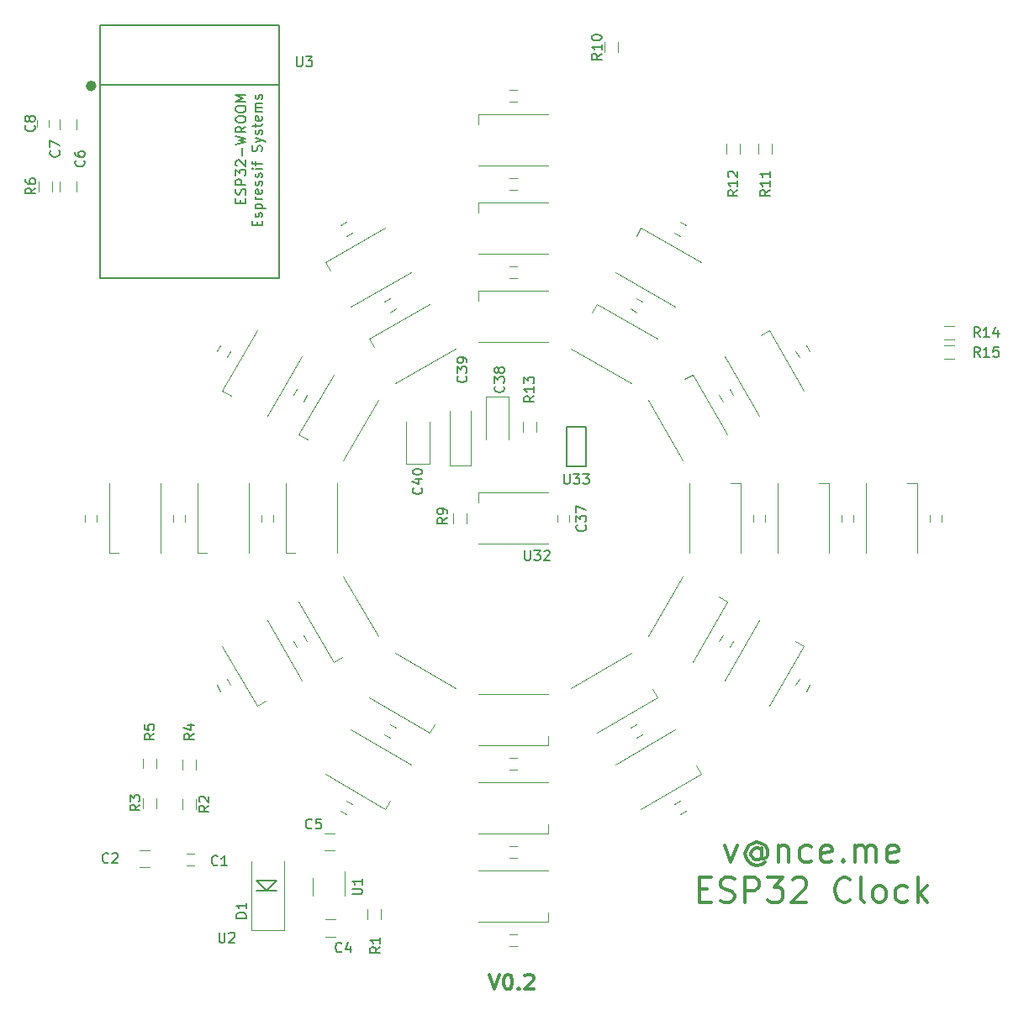
<source format=gto>
G04 #@! TF.FileFunction,Legend,Top*
%FSLAX46Y46*%
G04 Gerber Fmt 4.6, Leading zero omitted, Abs format (unit mm)*
G04 Created by KiCad (PCBNEW 4.0.7) date Saturday, 23 June 2018 'PMt' 19:02:52*
%MOMM*%
%LPD*%
G01*
G04 APERTURE LIST*
%ADD10C,0.100000*%
%ADD11C,0.200000*%
%ADD12C,0.300000*%
%ADD13C,0.120000*%
%ADD14C,0.500000*%
%ADD15C,0.150000*%
G04 APERTURE END LIST*
D10*
D11*
X74750000Y-113750000D02*
X76750000Y-113750000D01*
X76750000Y-112750000D02*
X74750000Y-112750000D01*
X75750000Y-113750000D02*
X76750000Y-112750000D01*
X74750000Y-112750000D02*
X75750000Y-113750000D01*
D12*
X98214286Y-122178571D02*
X98714286Y-123678571D01*
X99214286Y-122178571D01*
X100000000Y-122178571D02*
X100142857Y-122178571D01*
X100285714Y-122250000D01*
X100357143Y-122321429D01*
X100428572Y-122464286D01*
X100500000Y-122750000D01*
X100500000Y-123107143D01*
X100428572Y-123392857D01*
X100357143Y-123535714D01*
X100285714Y-123607143D01*
X100142857Y-123678571D01*
X100000000Y-123678571D01*
X99857143Y-123607143D01*
X99785714Y-123535714D01*
X99714286Y-123392857D01*
X99642857Y-123107143D01*
X99642857Y-122750000D01*
X99714286Y-122464286D01*
X99785714Y-122321429D01*
X99857143Y-122250000D01*
X100000000Y-122178571D01*
X101142857Y-123535714D02*
X101214285Y-123607143D01*
X101142857Y-123678571D01*
X101071428Y-123607143D01*
X101142857Y-123535714D01*
X101142857Y-123678571D01*
X101785714Y-122321429D02*
X101857143Y-122250000D01*
X102000000Y-122178571D01*
X102357143Y-122178571D01*
X102500000Y-122250000D01*
X102571429Y-122321429D01*
X102642857Y-122464286D01*
X102642857Y-122607143D01*
X102571429Y-122821429D01*
X101714286Y-123678571D01*
X102642857Y-123678571D01*
X121940477Y-109189286D02*
X122535715Y-110855952D01*
X123130953Y-109189286D01*
X125630953Y-109665476D02*
X125511906Y-109546429D01*
X125273810Y-109427381D01*
X125035715Y-109427381D01*
X124797620Y-109546429D01*
X124678572Y-109665476D01*
X124559525Y-109903571D01*
X124559525Y-110141667D01*
X124678572Y-110379762D01*
X124797620Y-110498810D01*
X125035715Y-110617857D01*
X125273810Y-110617857D01*
X125511906Y-110498810D01*
X125630953Y-110379762D01*
X125630953Y-109427381D02*
X125630953Y-110379762D01*
X125750001Y-110498810D01*
X125869048Y-110498810D01*
X126107144Y-110379762D01*
X126226191Y-110141667D01*
X126226191Y-109546429D01*
X125988096Y-109189286D01*
X125630953Y-108951190D01*
X125154763Y-108832143D01*
X124678572Y-108951190D01*
X124321429Y-109189286D01*
X124083334Y-109546429D01*
X123964286Y-110022619D01*
X124083334Y-110498810D01*
X124321429Y-110855952D01*
X124678572Y-111094048D01*
X125154763Y-111213095D01*
X125630953Y-111094048D01*
X125988096Y-110855952D01*
X127297620Y-109189286D02*
X127297620Y-110855952D01*
X127297620Y-109427381D02*
X127416668Y-109308333D01*
X127654763Y-109189286D01*
X128011906Y-109189286D01*
X128250001Y-109308333D01*
X128369049Y-109546429D01*
X128369049Y-110855952D01*
X130630954Y-110736905D02*
X130392858Y-110855952D01*
X129916668Y-110855952D01*
X129678573Y-110736905D01*
X129559525Y-110617857D01*
X129440477Y-110379762D01*
X129440477Y-109665476D01*
X129559525Y-109427381D01*
X129678573Y-109308333D01*
X129916668Y-109189286D01*
X130392858Y-109189286D01*
X130630954Y-109308333D01*
X132654763Y-110736905D02*
X132416668Y-110855952D01*
X131940477Y-110855952D01*
X131702382Y-110736905D01*
X131583334Y-110498810D01*
X131583334Y-109546429D01*
X131702382Y-109308333D01*
X131940477Y-109189286D01*
X132416668Y-109189286D01*
X132654763Y-109308333D01*
X132773811Y-109546429D01*
X132773811Y-109784524D01*
X131583334Y-110022619D01*
X133845239Y-110617857D02*
X133964287Y-110736905D01*
X133845239Y-110855952D01*
X133726191Y-110736905D01*
X133845239Y-110617857D01*
X133845239Y-110855952D01*
X135035715Y-110855952D02*
X135035715Y-109189286D01*
X135035715Y-109427381D02*
X135154763Y-109308333D01*
X135392858Y-109189286D01*
X135750001Y-109189286D01*
X135988096Y-109308333D01*
X136107144Y-109546429D01*
X136107144Y-110855952D01*
X136107144Y-109546429D02*
X136226191Y-109308333D01*
X136464287Y-109189286D01*
X136821429Y-109189286D01*
X137059525Y-109308333D01*
X137178572Y-109546429D01*
X137178572Y-110855952D01*
X139321429Y-110736905D02*
X139083334Y-110855952D01*
X138607143Y-110855952D01*
X138369048Y-110736905D01*
X138250000Y-110498810D01*
X138250000Y-109546429D01*
X138369048Y-109308333D01*
X138607143Y-109189286D01*
X139083334Y-109189286D01*
X139321429Y-109308333D01*
X139440477Y-109546429D01*
X139440477Y-109784524D01*
X138250000Y-110022619D01*
X119321429Y-113596429D02*
X120154762Y-113596429D01*
X120511905Y-114905952D02*
X119321429Y-114905952D01*
X119321429Y-112405952D01*
X120511905Y-112405952D01*
X121464286Y-114786905D02*
X121821429Y-114905952D01*
X122416667Y-114905952D01*
X122654763Y-114786905D01*
X122773810Y-114667857D01*
X122892858Y-114429762D01*
X122892858Y-114191667D01*
X122773810Y-113953571D01*
X122654763Y-113834524D01*
X122416667Y-113715476D01*
X121940477Y-113596429D01*
X121702382Y-113477381D01*
X121583334Y-113358333D01*
X121464286Y-113120238D01*
X121464286Y-112882143D01*
X121583334Y-112644048D01*
X121702382Y-112525000D01*
X121940477Y-112405952D01*
X122535715Y-112405952D01*
X122892858Y-112525000D01*
X123964286Y-114905952D02*
X123964286Y-112405952D01*
X124916667Y-112405952D01*
X125154762Y-112525000D01*
X125273810Y-112644048D01*
X125392858Y-112882143D01*
X125392858Y-113239286D01*
X125273810Y-113477381D01*
X125154762Y-113596429D01*
X124916667Y-113715476D01*
X123964286Y-113715476D01*
X126226191Y-112405952D02*
X127773810Y-112405952D01*
X126940477Y-113358333D01*
X127297619Y-113358333D01*
X127535715Y-113477381D01*
X127654762Y-113596429D01*
X127773810Y-113834524D01*
X127773810Y-114429762D01*
X127654762Y-114667857D01*
X127535715Y-114786905D01*
X127297619Y-114905952D01*
X126583334Y-114905952D01*
X126345238Y-114786905D01*
X126226191Y-114667857D01*
X128726190Y-112644048D02*
X128845238Y-112525000D01*
X129083333Y-112405952D01*
X129678571Y-112405952D01*
X129916667Y-112525000D01*
X130035714Y-112644048D01*
X130154762Y-112882143D01*
X130154762Y-113120238D01*
X130035714Y-113477381D01*
X128607143Y-114905952D01*
X130154762Y-114905952D01*
X134559524Y-114667857D02*
X134440476Y-114786905D01*
X134083333Y-114905952D01*
X133845238Y-114905952D01*
X133488095Y-114786905D01*
X133250000Y-114548810D01*
X133130952Y-114310714D01*
X133011904Y-113834524D01*
X133011904Y-113477381D01*
X133130952Y-113001190D01*
X133250000Y-112763095D01*
X133488095Y-112525000D01*
X133845238Y-112405952D01*
X134083333Y-112405952D01*
X134440476Y-112525000D01*
X134559524Y-112644048D01*
X135988095Y-114905952D02*
X135750000Y-114786905D01*
X135630952Y-114548810D01*
X135630952Y-112405952D01*
X137297619Y-114905952D02*
X137059524Y-114786905D01*
X136940476Y-114667857D01*
X136821428Y-114429762D01*
X136821428Y-113715476D01*
X136940476Y-113477381D01*
X137059524Y-113358333D01*
X137297619Y-113239286D01*
X137654762Y-113239286D01*
X137892857Y-113358333D01*
X138011905Y-113477381D01*
X138130952Y-113715476D01*
X138130952Y-114429762D01*
X138011905Y-114667857D01*
X137892857Y-114786905D01*
X137654762Y-114905952D01*
X137297619Y-114905952D01*
X140273810Y-114786905D02*
X140035714Y-114905952D01*
X139559524Y-114905952D01*
X139321429Y-114786905D01*
X139202381Y-114667857D01*
X139083333Y-114429762D01*
X139083333Y-113715476D01*
X139202381Y-113477381D01*
X139321429Y-113358333D01*
X139559524Y-113239286D01*
X140035714Y-113239286D01*
X140273810Y-113358333D01*
X141345238Y-114905952D02*
X141345238Y-112405952D01*
X141583333Y-113953571D02*
X142297619Y-114905952D01*
X142297619Y-113239286D02*
X141345238Y-114191667D01*
D13*
X68450000Y-111200000D02*
X67750000Y-111200000D01*
X67750000Y-110000000D02*
X68450000Y-110000000D01*
X64000000Y-109650000D02*
X63000000Y-109650000D01*
X63000000Y-111350000D02*
X64000000Y-111350000D01*
X82700000Y-116650000D02*
X81700000Y-116650000D01*
X81700000Y-118350000D02*
X82700000Y-118350000D01*
X82600000Y-107950000D02*
X81600000Y-107950000D01*
X81600000Y-109650000D02*
X82600000Y-109650000D01*
X56600000Y-43250000D02*
X56600000Y-42250000D01*
X54900000Y-42250000D02*
X54900000Y-43250000D01*
X54900000Y-36000000D02*
X54900000Y-37000000D01*
X56600000Y-37000000D02*
X56600000Y-36000000D01*
X52650000Y-36800000D02*
X52650000Y-36100000D01*
X53850000Y-36100000D02*
X53850000Y-36800000D01*
X58655000Y-75850000D02*
X58655000Y-76550000D01*
X57455000Y-76550000D02*
X57455000Y-75850000D01*
X100250000Y-118145000D02*
X100950000Y-118145000D01*
X100950000Y-119345000D02*
X100250000Y-119345000D01*
X142545000Y-76550000D02*
X142545000Y-75850000D01*
X143745000Y-75850000D02*
X143745000Y-76550000D01*
X100949999Y-34255000D02*
X100249999Y-34255000D01*
X100249999Y-33055000D02*
X100949999Y-33055000D01*
X84375608Y-47398530D02*
X83769390Y-47748530D01*
X83169390Y-46709300D02*
X83775608Y-46359300D01*
X72148530Y-59369391D02*
X71798530Y-59975609D01*
X70759300Y-59375609D02*
X71109300Y-58769391D01*
X67545000Y-75850000D02*
X67545000Y-76550000D01*
X66345000Y-76550000D02*
X66345000Y-75850000D01*
X71798530Y-92424391D02*
X72148530Y-93030609D01*
X71109300Y-93630609D02*
X70759300Y-93024391D01*
X83769391Y-104651469D02*
X84375609Y-105001469D01*
X83775609Y-106040699D02*
X83169391Y-105690699D01*
X100250000Y-109255000D02*
X100950000Y-109255000D01*
X100950000Y-110455000D02*
X100250000Y-110455000D01*
X116824391Y-105001469D02*
X117430609Y-104651469D01*
X118030609Y-105690699D02*
X117424391Y-106040699D01*
X129051469Y-93030609D02*
X129401469Y-92424391D01*
X130440699Y-93024391D02*
X130090699Y-93630609D01*
X133655000Y-76550000D02*
X133655000Y-75850000D01*
X134855000Y-75850000D02*
X134855000Y-76550000D01*
X129401469Y-59975608D02*
X129051469Y-59369390D01*
X130090699Y-58769390D02*
X130440699Y-59375608D01*
X117430609Y-47748530D02*
X116824391Y-47398530D01*
X117424391Y-46359300D02*
X118030609Y-46709300D01*
X100950000Y-43145000D02*
X100250000Y-43145000D01*
X100250000Y-41945000D02*
X100950000Y-41945000D01*
X88820608Y-55097495D02*
X88214390Y-55447495D01*
X87614390Y-54408265D02*
X88220608Y-54058265D01*
X79847495Y-63814391D02*
X79497495Y-64420609D01*
X78458265Y-63820609D02*
X78808265Y-63214391D01*
X76435000Y-75850000D02*
X76435000Y-76550000D01*
X75235000Y-76550000D02*
X75235000Y-75850000D01*
X79497495Y-87979391D02*
X79847495Y-88585609D01*
X78808265Y-89185609D02*
X78458265Y-88579391D01*
X88214391Y-96952504D02*
X88820609Y-97302504D01*
X88220609Y-98341734D02*
X87614391Y-97991734D01*
X100250000Y-100365000D02*
X100950000Y-100365000D01*
X100950000Y-101565000D02*
X100250000Y-101565000D01*
X112379391Y-97302504D02*
X112985609Y-96952504D01*
X113585609Y-97991734D02*
X112979391Y-98341734D01*
X121352504Y-88585609D02*
X121702504Y-87979391D01*
X122741734Y-88579391D02*
X122391734Y-89185609D01*
X124765000Y-76550000D02*
X124765000Y-75850000D01*
X125965000Y-75850000D02*
X125965000Y-76550000D01*
X121702504Y-64420608D02*
X121352504Y-63814390D01*
X122391734Y-63214390D02*
X122741734Y-63820608D01*
X112985609Y-55447495D02*
X112379391Y-55097495D01*
X112979391Y-54058265D02*
X113585609Y-54408265D01*
X100950000Y-52035000D02*
X100250000Y-52035000D01*
X100250000Y-50835000D02*
X100950000Y-50835000D01*
X105080000Y-76550000D02*
X105080000Y-75850000D01*
X106280000Y-75850000D02*
X106280000Y-76550000D01*
X100150000Y-63950000D02*
X100150000Y-68250000D01*
X97850000Y-63950000D02*
X97850000Y-68250000D01*
X100150000Y-63950000D02*
X97850000Y-63950000D01*
X94200000Y-70900000D02*
X94200000Y-65400000D01*
X96300000Y-70900000D02*
X96300000Y-65400000D01*
X94200000Y-70900000D02*
X96300000Y-70900000D01*
X89850000Y-70750000D02*
X89850000Y-66450000D01*
X92150000Y-70750000D02*
X92150000Y-66450000D01*
X89850000Y-70750000D02*
X92150000Y-70750000D01*
X74250000Y-117700000D02*
X77550000Y-117700000D01*
X77550000Y-117700000D02*
X77550000Y-110800000D01*
X74250000Y-117700000D02*
X74250000Y-110800000D01*
X85920000Y-116600000D02*
X85920000Y-115600000D01*
X87280000Y-115600000D02*
X87280000Y-116600000D01*
X68680000Y-104500000D02*
X68680000Y-105500000D01*
X67320000Y-105500000D02*
X67320000Y-104500000D01*
X64680000Y-104400000D02*
X64680000Y-105400000D01*
X63320000Y-105400000D02*
X63320000Y-104400000D01*
X68680000Y-100500000D02*
X68680000Y-101500000D01*
X67320000Y-101500000D02*
X67320000Y-100500000D01*
X64680000Y-100400000D02*
X64680000Y-101400000D01*
X63320000Y-101400000D02*
X63320000Y-100400000D01*
X54180000Y-42250000D02*
X54180000Y-43250000D01*
X52820000Y-43250000D02*
X52820000Y-42250000D01*
X94520000Y-76700000D02*
X94520000Y-75700000D01*
X95880000Y-75700000D02*
X95880000Y-76700000D01*
X111180000Y-28250000D02*
X111180000Y-29250000D01*
X109820000Y-29250000D02*
X109820000Y-28250000D01*
X126680000Y-38500000D02*
X126680000Y-39500000D01*
X125320000Y-39500000D02*
X125320000Y-38500000D01*
X123430000Y-38500000D02*
X123430000Y-39500000D01*
X122070000Y-39500000D02*
X122070000Y-38500000D01*
X102930000Y-66500000D02*
X102930000Y-67500000D01*
X101570000Y-67500000D02*
X101570000Y-66500000D01*
X144000000Y-56820000D02*
X145000000Y-56820000D01*
X145000000Y-58180000D02*
X144000000Y-58180000D01*
X144000000Y-58820000D02*
X145000000Y-58820000D01*
X145000000Y-60180000D02*
X144000000Y-60180000D01*
X80440000Y-112450000D02*
X80440000Y-114250000D01*
X83660000Y-114250000D02*
X83660000Y-111800000D01*
D14*
X58377981Y-32646000D02*
G75*
G03X58377981Y-32646000I-283981J0D01*
G01*
D15*
X77000000Y-32500000D02*
X59000000Y-32500000D01*
X59000000Y-26500000D02*
X59000000Y-52000000D01*
X77000000Y-26500000D02*
X77000000Y-52000000D01*
X77000000Y-52000000D02*
X59000000Y-52000000D01*
X77000000Y-26500000D02*
X59000000Y-26500000D01*
D13*
X65100000Y-72700000D02*
X65100000Y-79700000D01*
X59900000Y-72700000D02*
X59900000Y-79700000D01*
X59900000Y-79700000D02*
X60900000Y-79700000D01*
X97100000Y-111700000D02*
X104100000Y-111700000D01*
X97100000Y-116900000D02*
X104100000Y-116900000D01*
X104100000Y-116900000D02*
X104100000Y-115900000D01*
X136100000Y-79700000D02*
X136100000Y-72700000D01*
X141300000Y-79700000D02*
X141300000Y-72700000D01*
X141300000Y-72700000D02*
X140300000Y-72700000D01*
X104099999Y-40700000D02*
X97099999Y-40700000D01*
X104099999Y-35500000D02*
X97099999Y-35500000D01*
X97099999Y-35500000D02*
X97099999Y-36500000D01*
X90326088Y-51405063D02*
X84263910Y-54905063D01*
X87726088Y-46901731D02*
X81663910Y-50401731D01*
X81663910Y-50401731D02*
X82163910Y-51267756D01*
X79305063Y-59863911D02*
X75805063Y-65926089D01*
X74801731Y-57263911D02*
X71301731Y-63326089D01*
X71301731Y-63326089D02*
X72167756Y-63826089D01*
X73990000Y-72700000D02*
X73990000Y-79700000D01*
X68790000Y-72700000D02*
X68790000Y-79700000D01*
X68790000Y-79700000D02*
X69790000Y-79700000D01*
X75805063Y-86473911D02*
X79305063Y-92536089D01*
X71301731Y-89073911D02*
X74801731Y-95136089D01*
X74801731Y-95136089D02*
X75667756Y-94636089D01*
X84263911Y-97494936D02*
X90326089Y-100994936D01*
X81663911Y-101998268D02*
X87726089Y-105498268D01*
X87726089Y-105498268D02*
X88226089Y-104632243D01*
X97100000Y-102810000D02*
X104100000Y-102810000D01*
X97100000Y-108010000D02*
X104100000Y-108010000D01*
X104100000Y-108010000D02*
X104100000Y-107010000D01*
X110873911Y-100994936D02*
X116936089Y-97494936D01*
X113473911Y-105498268D02*
X119536089Y-101998268D01*
X119536089Y-101998268D02*
X119036089Y-101132243D01*
X121894936Y-92536089D02*
X125394936Y-86473911D01*
X126398268Y-95136089D02*
X129898268Y-89073911D01*
X129898268Y-89073911D02*
X129032243Y-88573911D01*
X127210000Y-79700000D02*
X127210000Y-72700000D01*
X132410000Y-79700000D02*
X132410000Y-72700000D01*
X132410000Y-72700000D02*
X131410000Y-72700000D01*
X125394936Y-65926088D02*
X121894936Y-59863910D01*
X129898268Y-63326088D02*
X126398268Y-57263910D01*
X126398268Y-57263910D02*
X125532243Y-57763910D01*
X116936089Y-54905063D02*
X110873911Y-51405063D01*
X119536089Y-50401731D02*
X113473911Y-46901731D01*
X113473911Y-46901731D02*
X112973911Y-47767756D01*
X104100000Y-49590000D02*
X97100000Y-49590000D01*
X104100000Y-44390000D02*
X97100000Y-44390000D01*
X97100000Y-44390000D02*
X97100000Y-45390000D01*
X94771088Y-59104029D02*
X88708910Y-62604029D01*
X92171088Y-54600697D02*
X86108910Y-58100697D01*
X86108910Y-58100697D02*
X86608910Y-58966722D01*
X87004029Y-64308911D02*
X83504029Y-70371089D01*
X82500697Y-61708911D02*
X79000697Y-67771089D01*
X79000697Y-67771089D02*
X79866722Y-68271089D01*
X82880000Y-72700000D02*
X82880000Y-79700000D01*
X77680000Y-72700000D02*
X77680000Y-79700000D01*
X77680000Y-79700000D02*
X78680000Y-79700000D01*
X83504029Y-82028911D02*
X87004029Y-88091089D01*
X79000697Y-84628911D02*
X82500697Y-90691089D01*
X82500697Y-90691089D02*
X83366722Y-90191089D01*
X88708911Y-89795970D02*
X94771089Y-93295970D01*
X86108911Y-94299302D02*
X92171089Y-97799302D01*
X92171089Y-97799302D02*
X92671089Y-96933277D01*
X97100000Y-93920000D02*
X104100000Y-93920000D01*
X97100000Y-99120000D02*
X104100000Y-99120000D01*
X104100000Y-99120000D02*
X104100000Y-98120000D01*
X106428911Y-93295970D02*
X112491089Y-89795970D01*
X109028911Y-97799302D02*
X115091089Y-94299302D01*
X115091089Y-94299302D02*
X114591089Y-93433277D01*
X114195970Y-88091089D02*
X117695970Y-82028911D01*
X118699302Y-90691089D02*
X122199302Y-84628911D01*
X122199302Y-84628911D02*
X121333277Y-84128911D01*
X118320000Y-79700000D02*
X118320000Y-72700000D01*
X123520000Y-79700000D02*
X123520000Y-72700000D01*
X123520000Y-72700000D02*
X122520000Y-72700000D01*
X117695970Y-70371088D02*
X114195970Y-64308910D01*
X122199302Y-67771088D02*
X118699302Y-61708910D01*
X118699302Y-61708910D02*
X117833277Y-62208910D01*
X112491089Y-62604029D02*
X106428911Y-59104029D01*
X115091089Y-58100697D02*
X109028911Y-54600697D01*
X109028911Y-54600697D02*
X108528911Y-55466722D01*
X104100000Y-58480000D02*
X97100000Y-58480000D01*
X104100000Y-53280000D02*
X97100000Y-53280000D01*
X97100000Y-53280000D02*
X97100000Y-54280000D01*
X104100000Y-78800000D02*
X97100000Y-78800000D01*
X104100000Y-73600000D02*
X97100000Y-73600000D01*
X97100000Y-73600000D02*
X97100000Y-74600000D01*
D15*
X105950000Y-71000000D02*
X105950000Y-67000000D01*
X107950000Y-71000000D02*
X105950000Y-71000000D01*
X107950000Y-67000000D02*
X107950000Y-71000000D01*
X105950000Y-67000000D02*
X107950000Y-67000000D01*
X70833334Y-111107143D02*
X70785715Y-111154762D01*
X70642858Y-111202381D01*
X70547620Y-111202381D01*
X70404762Y-111154762D01*
X70309524Y-111059524D01*
X70261905Y-110964286D01*
X70214286Y-110773810D01*
X70214286Y-110630952D01*
X70261905Y-110440476D01*
X70309524Y-110345238D01*
X70404762Y-110250000D01*
X70547620Y-110202381D01*
X70642858Y-110202381D01*
X70785715Y-110250000D01*
X70833334Y-110297619D01*
X71785715Y-111202381D02*
X71214286Y-111202381D01*
X71500000Y-111202381D02*
X71500000Y-110202381D01*
X71404762Y-110345238D01*
X71309524Y-110440476D01*
X71214286Y-110488095D01*
X59833334Y-110857143D02*
X59785715Y-110904762D01*
X59642858Y-110952381D01*
X59547620Y-110952381D01*
X59404762Y-110904762D01*
X59309524Y-110809524D01*
X59261905Y-110714286D01*
X59214286Y-110523810D01*
X59214286Y-110380952D01*
X59261905Y-110190476D01*
X59309524Y-110095238D01*
X59404762Y-110000000D01*
X59547620Y-109952381D01*
X59642858Y-109952381D01*
X59785715Y-110000000D01*
X59833334Y-110047619D01*
X60214286Y-110047619D02*
X60261905Y-110000000D01*
X60357143Y-109952381D01*
X60595239Y-109952381D01*
X60690477Y-110000000D01*
X60738096Y-110047619D01*
X60785715Y-110142857D01*
X60785715Y-110238095D01*
X60738096Y-110380952D01*
X60166667Y-110952381D01*
X60785715Y-110952381D01*
X83333334Y-119857143D02*
X83285715Y-119904762D01*
X83142858Y-119952381D01*
X83047620Y-119952381D01*
X82904762Y-119904762D01*
X82809524Y-119809524D01*
X82761905Y-119714286D01*
X82714286Y-119523810D01*
X82714286Y-119380952D01*
X82761905Y-119190476D01*
X82809524Y-119095238D01*
X82904762Y-119000000D01*
X83047620Y-118952381D01*
X83142858Y-118952381D01*
X83285715Y-119000000D01*
X83333334Y-119047619D01*
X84190477Y-119285714D02*
X84190477Y-119952381D01*
X83952381Y-118904762D02*
X83714286Y-119619048D01*
X84333334Y-119619048D01*
X80333334Y-107407143D02*
X80285715Y-107454762D01*
X80142858Y-107502381D01*
X80047620Y-107502381D01*
X79904762Y-107454762D01*
X79809524Y-107359524D01*
X79761905Y-107264286D01*
X79714286Y-107073810D01*
X79714286Y-106930952D01*
X79761905Y-106740476D01*
X79809524Y-106645238D01*
X79904762Y-106550000D01*
X80047620Y-106502381D01*
X80142858Y-106502381D01*
X80285715Y-106550000D01*
X80333334Y-106597619D01*
X81238096Y-106502381D02*
X80761905Y-106502381D01*
X80714286Y-106978571D01*
X80761905Y-106930952D01*
X80857143Y-106883333D01*
X81095239Y-106883333D01*
X81190477Y-106930952D01*
X81238096Y-106978571D01*
X81285715Y-107073810D01*
X81285715Y-107311905D01*
X81238096Y-107407143D01*
X81190477Y-107454762D01*
X81095239Y-107502381D01*
X80857143Y-107502381D01*
X80761905Y-107454762D01*
X80714286Y-107407143D01*
X57357143Y-40166666D02*
X57404762Y-40214285D01*
X57452381Y-40357142D01*
X57452381Y-40452380D01*
X57404762Y-40595238D01*
X57309524Y-40690476D01*
X57214286Y-40738095D01*
X57023810Y-40785714D01*
X56880952Y-40785714D01*
X56690476Y-40738095D01*
X56595238Y-40690476D01*
X56500000Y-40595238D01*
X56452381Y-40452380D01*
X56452381Y-40357142D01*
X56500000Y-40214285D01*
X56547619Y-40166666D01*
X56452381Y-39309523D02*
X56452381Y-39500000D01*
X56500000Y-39595238D01*
X56547619Y-39642857D01*
X56690476Y-39738095D01*
X56880952Y-39785714D01*
X57261905Y-39785714D01*
X57357143Y-39738095D01*
X57404762Y-39690476D01*
X57452381Y-39595238D01*
X57452381Y-39404761D01*
X57404762Y-39309523D01*
X57357143Y-39261904D01*
X57261905Y-39214285D01*
X57023810Y-39214285D01*
X56928571Y-39261904D01*
X56880952Y-39309523D01*
X56833333Y-39404761D01*
X56833333Y-39595238D01*
X56880952Y-39690476D01*
X56928571Y-39738095D01*
X57023810Y-39785714D01*
X54857143Y-39166666D02*
X54904762Y-39214285D01*
X54952381Y-39357142D01*
X54952381Y-39452380D01*
X54904762Y-39595238D01*
X54809524Y-39690476D01*
X54714286Y-39738095D01*
X54523810Y-39785714D01*
X54380952Y-39785714D01*
X54190476Y-39738095D01*
X54095238Y-39690476D01*
X54000000Y-39595238D01*
X53952381Y-39452380D01*
X53952381Y-39357142D01*
X54000000Y-39214285D01*
X54047619Y-39166666D01*
X53952381Y-38833333D02*
X53952381Y-38166666D01*
X54952381Y-38595238D01*
X52357143Y-36616666D02*
X52404762Y-36664285D01*
X52452381Y-36807142D01*
X52452381Y-36902380D01*
X52404762Y-37045238D01*
X52309524Y-37140476D01*
X52214286Y-37188095D01*
X52023810Y-37235714D01*
X51880952Y-37235714D01*
X51690476Y-37188095D01*
X51595238Y-37140476D01*
X51500000Y-37045238D01*
X51452381Y-36902380D01*
X51452381Y-36807142D01*
X51500000Y-36664285D01*
X51547619Y-36616666D01*
X51880952Y-36045238D02*
X51833333Y-36140476D01*
X51785714Y-36188095D01*
X51690476Y-36235714D01*
X51642857Y-36235714D01*
X51547619Y-36188095D01*
X51500000Y-36140476D01*
X51452381Y-36045238D01*
X51452381Y-35854761D01*
X51500000Y-35759523D01*
X51547619Y-35711904D01*
X51642857Y-35664285D01*
X51690476Y-35664285D01*
X51785714Y-35711904D01*
X51833333Y-35759523D01*
X51880952Y-35854761D01*
X51880952Y-36045238D01*
X51928571Y-36140476D01*
X51976190Y-36188095D01*
X52071429Y-36235714D01*
X52261905Y-36235714D01*
X52357143Y-36188095D01*
X52404762Y-36140476D01*
X52452381Y-36045238D01*
X52452381Y-35854761D01*
X52404762Y-35759523D01*
X52357143Y-35711904D01*
X52261905Y-35664285D01*
X52071429Y-35664285D01*
X51976190Y-35711904D01*
X51928571Y-35759523D01*
X51880952Y-35854761D01*
X107857143Y-76892857D02*
X107904762Y-76940476D01*
X107952381Y-77083333D01*
X107952381Y-77178571D01*
X107904762Y-77321429D01*
X107809524Y-77416667D01*
X107714286Y-77464286D01*
X107523810Y-77511905D01*
X107380952Y-77511905D01*
X107190476Y-77464286D01*
X107095238Y-77416667D01*
X107000000Y-77321429D01*
X106952381Y-77178571D01*
X106952381Y-77083333D01*
X107000000Y-76940476D01*
X107047619Y-76892857D01*
X106952381Y-76559524D02*
X106952381Y-75940476D01*
X107333333Y-76273810D01*
X107333333Y-76130952D01*
X107380952Y-76035714D01*
X107428571Y-75988095D01*
X107523810Y-75940476D01*
X107761905Y-75940476D01*
X107857143Y-75988095D01*
X107904762Y-76035714D01*
X107952381Y-76130952D01*
X107952381Y-76416667D01*
X107904762Y-76511905D01*
X107857143Y-76559524D01*
X106952381Y-75607143D02*
X106952381Y-74940476D01*
X107952381Y-75369048D01*
X99607143Y-62892857D02*
X99654762Y-62940476D01*
X99702381Y-63083333D01*
X99702381Y-63178571D01*
X99654762Y-63321429D01*
X99559524Y-63416667D01*
X99464286Y-63464286D01*
X99273810Y-63511905D01*
X99130952Y-63511905D01*
X98940476Y-63464286D01*
X98845238Y-63416667D01*
X98750000Y-63321429D01*
X98702381Y-63178571D01*
X98702381Y-63083333D01*
X98750000Y-62940476D01*
X98797619Y-62892857D01*
X98702381Y-62559524D02*
X98702381Y-61940476D01*
X99083333Y-62273810D01*
X99083333Y-62130952D01*
X99130952Y-62035714D01*
X99178571Y-61988095D01*
X99273810Y-61940476D01*
X99511905Y-61940476D01*
X99607143Y-61988095D01*
X99654762Y-62035714D01*
X99702381Y-62130952D01*
X99702381Y-62416667D01*
X99654762Y-62511905D01*
X99607143Y-62559524D01*
X99130952Y-61369048D02*
X99083333Y-61464286D01*
X99035714Y-61511905D01*
X98940476Y-61559524D01*
X98892857Y-61559524D01*
X98797619Y-61511905D01*
X98750000Y-61464286D01*
X98702381Y-61369048D01*
X98702381Y-61178571D01*
X98750000Y-61083333D01*
X98797619Y-61035714D01*
X98892857Y-60988095D01*
X98940476Y-60988095D01*
X99035714Y-61035714D01*
X99083333Y-61083333D01*
X99130952Y-61178571D01*
X99130952Y-61369048D01*
X99178571Y-61464286D01*
X99226190Y-61511905D01*
X99321429Y-61559524D01*
X99511905Y-61559524D01*
X99607143Y-61511905D01*
X99654762Y-61464286D01*
X99702381Y-61369048D01*
X99702381Y-61178571D01*
X99654762Y-61083333D01*
X99607143Y-61035714D01*
X99511905Y-60988095D01*
X99321429Y-60988095D01*
X99226190Y-61035714D01*
X99178571Y-61083333D01*
X99130952Y-61178571D01*
X95857143Y-61892857D02*
X95904762Y-61940476D01*
X95952381Y-62083333D01*
X95952381Y-62178571D01*
X95904762Y-62321429D01*
X95809524Y-62416667D01*
X95714286Y-62464286D01*
X95523810Y-62511905D01*
X95380952Y-62511905D01*
X95190476Y-62464286D01*
X95095238Y-62416667D01*
X95000000Y-62321429D01*
X94952381Y-62178571D01*
X94952381Y-62083333D01*
X95000000Y-61940476D01*
X95047619Y-61892857D01*
X94952381Y-61559524D02*
X94952381Y-60940476D01*
X95333333Y-61273810D01*
X95333333Y-61130952D01*
X95380952Y-61035714D01*
X95428571Y-60988095D01*
X95523810Y-60940476D01*
X95761905Y-60940476D01*
X95857143Y-60988095D01*
X95904762Y-61035714D01*
X95952381Y-61130952D01*
X95952381Y-61416667D01*
X95904762Y-61511905D01*
X95857143Y-61559524D01*
X95952381Y-60464286D02*
X95952381Y-60273810D01*
X95904762Y-60178571D01*
X95857143Y-60130952D01*
X95714286Y-60035714D01*
X95523810Y-59988095D01*
X95142857Y-59988095D01*
X95047619Y-60035714D01*
X95000000Y-60083333D01*
X94952381Y-60178571D01*
X94952381Y-60369048D01*
X95000000Y-60464286D01*
X95047619Y-60511905D01*
X95142857Y-60559524D01*
X95380952Y-60559524D01*
X95476190Y-60511905D01*
X95523810Y-60464286D01*
X95571429Y-60369048D01*
X95571429Y-60178571D01*
X95523810Y-60083333D01*
X95476190Y-60035714D01*
X95380952Y-59988095D01*
X91357143Y-73142857D02*
X91404762Y-73190476D01*
X91452381Y-73333333D01*
X91452381Y-73428571D01*
X91404762Y-73571429D01*
X91309524Y-73666667D01*
X91214286Y-73714286D01*
X91023810Y-73761905D01*
X90880952Y-73761905D01*
X90690476Y-73714286D01*
X90595238Y-73666667D01*
X90500000Y-73571429D01*
X90452381Y-73428571D01*
X90452381Y-73333333D01*
X90500000Y-73190476D01*
X90547619Y-73142857D01*
X90785714Y-72285714D02*
X91452381Y-72285714D01*
X90404762Y-72523810D02*
X91119048Y-72761905D01*
X91119048Y-72142857D01*
X90452381Y-71571429D02*
X90452381Y-71476190D01*
X90500000Y-71380952D01*
X90547619Y-71333333D01*
X90642857Y-71285714D01*
X90833333Y-71238095D01*
X91071429Y-71238095D01*
X91261905Y-71285714D01*
X91357143Y-71333333D01*
X91404762Y-71380952D01*
X91452381Y-71476190D01*
X91452381Y-71571429D01*
X91404762Y-71666667D01*
X91357143Y-71714286D01*
X91261905Y-71761905D01*
X91071429Y-71809524D01*
X90833333Y-71809524D01*
X90642857Y-71761905D01*
X90547619Y-71714286D01*
X90500000Y-71666667D01*
X90452381Y-71571429D01*
X73702381Y-116488095D02*
X72702381Y-116488095D01*
X72702381Y-116250000D01*
X72750000Y-116107142D01*
X72845238Y-116011904D01*
X72940476Y-115964285D01*
X73130952Y-115916666D01*
X73273810Y-115916666D01*
X73464286Y-115964285D01*
X73559524Y-116011904D01*
X73654762Y-116107142D01*
X73702381Y-116250000D01*
X73702381Y-116488095D01*
X73702381Y-114964285D02*
X73702381Y-115535714D01*
X73702381Y-115250000D02*
X72702381Y-115250000D01*
X72845238Y-115345238D01*
X72940476Y-115440476D01*
X72988095Y-115535714D01*
X87202381Y-119416666D02*
X86726190Y-119750000D01*
X87202381Y-119988095D02*
X86202381Y-119988095D01*
X86202381Y-119607142D01*
X86250000Y-119511904D01*
X86297619Y-119464285D01*
X86392857Y-119416666D01*
X86535714Y-119416666D01*
X86630952Y-119464285D01*
X86678571Y-119511904D01*
X86726190Y-119607142D01*
X86726190Y-119988095D01*
X87202381Y-118464285D02*
X87202381Y-119035714D01*
X87202381Y-118750000D02*
X86202381Y-118750000D01*
X86345238Y-118845238D01*
X86440476Y-118940476D01*
X86488095Y-119035714D01*
X69952381Y-105166666D02*
X69476190Y-105500000D01*
X69952381Y-105738095D02*
X68952381Y-105738095D01*
X68952381Y-105357142D01*
X69000000Y-105261904D01*
X69047619Y-105214285D01*
X69142857Y-105166666D01*
X69285714Y-105166666D01*
X69380952Y-105214285D01*
X69428571Y-105261904D01*
X69476190Y-105357142D01*
X69476190Y-105738095D01*
X69047619Y-104785714D02*
X69000000Y-104738095D01*
X68952381Y-104642857D01*
X68952381Y-104404761D01*
X69000000Y-104309523D01*
X69047619Y-104261904D01*
X69142857Y-104214285D01*
X69238095Y-104214285D01*
X69380952Y-104261904D01*
X69952381Y-104833333D01*
X69952381Y-104214285D01*
X63002381Y-105066666D02*
X62526190Y-105400000D01*
X63002381Y-105638095D02*
X62002381Y-105638095D01*
X62002381Y-105257142D01*
X62050000Y-105161904D01*
X62097619Y-105114285D01*
X62192857Y-105066666D01*
X62335714Y-105066666D01*
X62430952Y-105114285D01*
X62478571Y-105161904D01*
X62526190Y-105257142D01*
X62526190Y-105638095D01*
X62002381Y-104733333D02*
X62002381Y-104114285D01*
X62383333Y-104447619D01*
X62383333Y-104304761D01*
X62430952Y-104209523D01*
X62478571Y-104161904D01*
X62573810Y-104114285D01*
X62811905Y-104114285D01*
X62907143Y-104161904D01*
X62954762Y-104209523D01*
X63002381Y-104304761D01*
X63002381Y-104590476D01*
X62954762Y-104685714D01*
X62907143Y-104733333D01*
X68452381Y-97916666D02*
X67976190Y-98250000D01*
X68452381Y-98488095D02*
X67452381Y-98488095D01*
X67452381Y-98107142D01*
X67500000Y-98011904D01*
X67547619Y-97964285D01*
X67642857Y-97916666D01*
X67785714Y-97916666D01*
X67880952Y-97964285D01*
X67928571Y-98011904D01*
X67976190Y-98107142D01*
X67976190Y-98488095D01*
X67785714Y-97059523D02*
X68452381Y-97059523D01*
X67404762Y-97297619D02*
X68119048Y-97535714D01*
X68119048Y-96916666D01*
X64452381Y-97916666D02*
X63976190Y-98250000D01*
X64452381Y-98488095D02*
X63452381Y-98488095D01*
X63452381Y-98107142D01*
X63500000Y-98011904D01*
X63547619Y-97964285D01*
X63642857Y-97916666D01*
X63785714Y-97916666D01*
X63880952Y-97964285D01*
X63928571Y-98011904D01*
X63976190Y-98107142D01*
X63976190Y-98488095D01*
X63452381Y-97011904D02*
X63452381Y-97488095D01*
X63928571Y-97535714D01*
X63880952Y-97488095D01*
X63833333Y-97392857D01*
X63833333Y-97154761D01*
X63880952Y-97059523D01*
X63928571Y-97011904D01*
X64023810Y-96964285D01*
X64261905Y-96964285D01*
X64357143Y-97011904D01*
X64404762Y-97059523D01*
X64452381Y-97154761D01*
X64452381Y-97392857D01*
X64404762Y-97488095D01*
X64357143Y-97535714D01*
X52502381Y-42916666D02*
X52026190Y-43250000D01*
X52502381Y-43488095D02*
X51502381Y-43488095D01*
X51502381Y-43107142D01*
X51550000Y-43011904D01*
X51597619Y-42964285D01*
X51692857Y-42916666D01*
X51835714Y-42916666D01*
X51930952Y-42964285D01*
X51978571Y-43011904D01*
X52026190Y-43107142D01*
X52026190Y-43488095D01*
X51502381Y-42059523D02*
X51502381Y-42250000D01*
X51550000Y-42345238D01*
X51597619Y-42392857D01*
X51740476Y-42488095D01*
X51930952Y-42535714D01*
X52311905Y-42535714D01*
X52407143Y-42488095D01*
X52454762Y-42440476D01*
X52502381Y-42345238D01*
X52502381Y-42154761D01*
X52454762Y-42059523D01*
X52407143Y-42011904D01*
X52311905Y-41964285D01*
X52073810Y-41964285D01*
X51978571Y-42011904D01*
X51930952Y-42059523D01*
X51883333Y-42154761D01*
X51883333Y-42345238D01*
X51930952Y-42440476D01*
X51978571Y-42488095D01*
X52073810Y-42535714D01*
X93952381Y-76166666D02*
X93476190Y-76500000D01*
X93952381Y-76738095D02*
X92952381Y-76738095D01*
X92952381Y-76357142D01*
X93000000Y-76261904D01*
X93047619Y-76214285D01*
X93142857Y-76166666D01*
X93285714Y-76166666D01*
X93380952Y-76214285D01*
X93428571Y-76261904D01*
X93476190Y-76357142D01*
X93476190Y-76738095D01*
X93952381Y-75690476D02*
X93952381Y-75500000D01*
X93904762Y-75404761D01*
X93857143Y-75357142D01*
X93714286Y-75261904D01*
X93523810Y-75214285D01*
X93142857Y-75214285D01*
X93047619Y-75261904D01*
X93000000Y-75309523D01*
X92952381Y-75404761D01*
X92952381Y-75595238D01*
X93000000Y-75690476D01*
X93047619Y-75738095D01*
X93142857Y-75785714D01*
X93380952Y-75785714D01*
X93476190Y-75738095D01*
X93523810Y-75690476D01*
X93571429Y-75595238D01*
X93571429Y-75404761D01*
X93523810Y-75309523D01*
X93476190Y-75261904D01*
X93380952Y-75214285D01*
X109502381Y-29392857D02*
X109026190Y-29726191D01*
X109502381Y-29964286D02*
X108502381Y-29964286D01*
X108502381Y-29583333D01*
X108550000Y-29488095D01*
X108597619Y-29440476D01*
X108692857Y-29392857D01*
X108835714Y-29392857D01*
X108930952Y-29440476D01*
X108978571Y-29488095D01*
X109026190Y-29583333D01*
X109026190Y-29964286D01*
X109502381Y-28440476D02*
X109502381Y-29011905D01*
X109502381Y-28726191D02*
X108502381Y-28726191D01*
X108645238Y-28821429D01*
X108740476Y-28916667D01*
X108788095Y-29011905D01*
X108502381Y-27821429D02*
X108502381Y-27726190D01*
X108550000Y-27630952D01*
X108597619Y-27583333D01*
X108692857Y-27535714D01*
X108883333Y-27488095D01*
X109121429Y-27488095D01*
X109311905Y-27535714D01*
X109407143Y-27583333D01*
X109454762Y-27630952D01*
X109502381Y-27726190D01*
X109502381Y-27821429D01*
X109454762Y-27916667D01*
X109407143Y-27964286D01*
X109311905Y-28011905D01*
X109121429Y-28059524D01*
X108883333Y-28059524D01*
X108692857Y-28011905D01*
X108597619Y-27964286D01*
X108550000Y-27916667D01*
X108502381Y-27821429D01*
X126452381Y-43142857D02*
X125976190Y-43476191D01*
X126452381Y-43714286D02*
X125452381Y-43714286D01*
X125452381Y-43333333D01*
X125500000Y-43238095D01*
X125547619Y-43190476D01*
X125642857Y-43142857D01*
X125785714Y-43142857D01*
X125880952Y-43190476D01*
X125928571Y-43238095D01*
X125976190Y-43333333D01*
X125976190Y-43714286D01*
X126452381Y-42190476D02*
X126452381Y-42761905D01*
X126452381Y-42476191D02*
X125452381Y-42476191D01*
X125595238Y-42571429D01*
X125690476Y-42666667D01*
X125738095Y-42761905D01*
X126452381Y-41238095D02*
X126452381Y-41809524D01*
X126452381Y-41523810D02*
X125452381Y-41523810D01*
X125595238Y-41619048D01*
X125690476Y-41714286D01*
X125738095Y-41809524D01*
X123202381Y-43142857D02*
X122726190Y-43476191D01*
X123202381Y-43714286D02*
X122202381Y-43714286D01*
X122202381Y-43333333D01*
X122250000Y-43238095D01*
X122297619Y-43190476D01*
X122392857Y-43142857D01*
X122535714Y-43142857D01*
X122630952Y-43190476D01*
X122678571Y-43238095D01*
X122726190Y-43333333D01*
X122726190Y-43714286D01*
X123202381Y-42190476D02*
X123202381Y-42761905D01*
X123202381Y-42476191D02*
X122202381Y-42476191D01*
X122345238Y-42571429D01*
X122440476Y-42666667D01*
X122488095Y-42761905D01*
X122297619Y-41809524D02*
X122250000Y-41761905D01*
X122202381Y-41666667D01*
X122202381Y-41428571D01*
X122250000Y-41333333D01*
X122297619Y-41285714D01*
X122392857Y-41238095D01*
X122488095Y-41238095D01*
X122630952Y-41285714D01*
X123202381Y-41857143D01*
X123202381Y-41238095D01*
X102702381Y-63892857D02*
X102226190Y-64226191D01*
X102702381Y-64464286D02*
X101702381Y-64464286D01*
X101702381Y-64083333D01*
X101750000Y-63988095D01*
X101797619Y-63940476D01*
X101892857Y-63892857D01*
X102035714Y-63892857D01*
X102130952Y-63940476D01*
X102178571Y-63988095D01*
X102226190Y-64083333D01*
X102226190Y-64464286D01*
X102702381Y-62940476D02*
X102702381Y-63511905D01*
X102702381Y-63226191D02*
X101702381Y-63226191D01*
X101845238Y-63321429D01*
X101940476Y-63416667D01*
X101988095Y-63511905D01*
X101702381Y-62607143D02*
X101702381Y-61988095D01*
X102083333Y-62321429D01*
X102083333Y-62178571D01*
X102130952Y-62083333D01*
X102178571Y-62035714D01*
X102273810Y-61988095D01*
X102511905Y-61988095D01*
X102607143Y-62035714D01*
X102654762Y-62083333D01*
X102702381Y-62178571D01*
X102702381Y-62464286D01*
X102654762Y-62559524D01*
X102607143Y-62607143D01*
X147607143Y-57952381D02*
X147273809Y-57476190D01*
X147035714Y-57952381D02*
X147035714Y-56952381D01*
X147416667Y-56952381D01*
X147511905Y-57000000D01*
X147559524Y-57047619D01*
X147607143Y-57142857D01*
X147607143Y-57285714D01*
X147559524Y-57380952D01*
X147511905Y-57428571D01*
X147416667Y-57476190D01*
X147035714Y-57476190D01*
X148559524Y-57952381D02*
X147988095Y-57952381D01*
X148273809Y-57952381D02*
X148273809Y-56952381D01*
X148178571Y-57095238D01*
X148083333Y-57190476D01*
X147988095Y-57238095D01*
X149416667Y-57285714D02*
X149416667Y-57952381D01*
X149178571Y-56904762D02*
X148940476Y-57619048D01*
X149559524Y-57619048D01*
X147607143Y-59952381D02*
X147273809Y-59476190D01*
X147035714Y-59952381D02*
X147035714Y-58952381D01*
X147416667Y-58952381D01*
X147511905Y-59000000D01*
X147559524Y-59047619D01*
X147607143Y-59142857D01*
X147607143Y-59285714D01*
X147559524Y-59380952D01*
X147511905Y-59428571D01*
X147416667Y-59476190D01*
X147035714Y-59476190D01*
X148559524Y-59952381D02*
X147988095Y-59952381D01*
X148273809Y-59952381D02*
X148273809Y-58952381D01*
X148178571Y-59095238D01*
X148083333Y-59190476D01*
X147988095Y-59238095D01*
X149464286Y-58952381D02*
X148988095Y-58952381D01*
X148940476Y-59428571D01*
X148988095Y-59380952D01*
X149083333Y-59333333D01*
X149321429Y-59333333D01*
X149416667Y-59380952D01*
X149464286Y-59428571D01*
X149511905Y-59523810D01*
X149511905Y-59761905D01*
X149464286Y-59857143D01*
X149416667Y-59904762D01*
X149321429Y-59952381D01*
X149083333Y-59952381D01*
X148988095Y-59904762D01*
X148940476Y-59857143D01*
X84402381Y-114111905D02*
X85211905Y-114111905D01*
X85307143Y-114064286D01*
X85354762Y-114016667D01*
X85402381Y-113921429D01*
X85402381Y-113730952D01*
X85354762Y-113635714D01*
X85307143Y-113588095D01*
X85211905Y-113540476D01*
X84402381Y-113540476D01*
X85402381Y-112540476D02*
X85402381Y-113111905D01*
X85402381Y-112826191D02*
X84402381Y-112826191D01*
X84545238Y-112921429D01*
X84640476Y-113016667D01*
X84688095Y-113111905D01*
X70988095Y-117952381D02*
X70988095Y-118761905D01*
X71035714Y-118857143D01*
X71083333Y-118904762D01*
X71178571Y-118952381D01*
X71369048Y-118952381D01*
X71464286Y-118904762D01*
X71511905Y-118857143D01*
X71559524Y-118761905D01*
X71559524Y-117952381D01*
X71988095Y-118047619D02*
X72035714Y-118000000D01*
X72130952Y-117952381D01*
X72369048Y-117952381D01*
X72464286Y-118000000D01*
X72511905Y-118047619D01*
X72559524Y-118142857D01*
X72559524Y-118238095D01*
X72511905Y-118380952D01*
X71940476Y-118952381D01*
X72559524Y-118952381D01*
X78795095Y-29685381D02*
X78795095Y-30494905D01*
X78842714Y-30590143D01*
X78890333Y-30637762D01*
X78985571Y-30685381D01*
X79176048Y-30685381D01*
X79271286Y-30637762D01*
X79318905Y-30590143D01*
X79366524Y-30494905D01*
X79366524Y-29685381D01*
X79747476Y-29685381D02*
X80366524Y-29685381D01*
X80033190Y-30066333D01*
X80176048Y-30066333D01*
X80271286Y-30113952D01*
X80318905Y-30161571D01*
X80366524Y-30256810D01*
X80366524Y-30494905D01*
X80318905Y-30590143D01*
X80271286Y-30637762D01*
X80176048Y-30685381D01*
X79890333Y-30685381D01*
X79795095Y-30637762D01*
X79747476Y-30590143D01*
X74786571Y-46710430D02*
X74786571Y-46377096D01*
X75310381Y-46234239D02*
X75310381Y-46710430D01*
X74310381Y-46710430D01*
X74310381Y-46234239D01*
X75262762Y-45853287D02*
X75310381Y-45758049D01*
X75310381Y-45567573D01*
X75262762Y-45472334D01*
X75167524Y-45424715D01*
X75119905Y-45424715D01*
X75024667Y-45472334D01*
X74977048Y-45567573D01*
X74977048Y-45710430D01*
X74929429Y-45805668D01*
X74834190Y-45853287D01*
X74786571Y-45853287D01*
X74691333Y-45805668D01*
X74643714Y-45710430D01*
X74643714Y-45567573D01*
X74691333Y-45472334D01*
X74643714Y-44996144D02*
X75643714Y-44996144D01*
X74691333Y-44996144D02*
X74643714Y-44900906D01*
X74643714Y-44710429D01*
X74691333Y-44615191D01*
X74738952Y-44567572D01*
X74834190Y-44519953D01*
X75119905Y-44519953D01*
X75215143Y-44567572D01*
X75262762Y-44615191D01*
X75310381Y-44710429D01*
X75310381Y-44900906D01*
X75262762Y-44996144D01*
X75310381Y-44091382D02*
X74643714Y-44091382D01*
X74834190Y-44091382D02*
X74738952Y-44043763D01*
X74691333Y-43996144D01*
X74643714Y-43900906D01*
X74643714Y-43805667D01*
X75262762Y-43091381D02*
X75310381Y-43186619D01*
X75310381Y-43377096D01*
X75262762Y-43472334D01*
X75167524Y-43519953D01*
X74786571Y-43519953D01*
X74691333Y-43472334D01*
X74643714Y-43377096D01*
X74643714Y-43186619D01*
X74691333Y-43091381D01*
X74786571Y-43043762D01*
X74881810Y-43043762D01*
X74977048Y-43519953D01*
X75262762Y-42662810D02*
X75310381Y-42567572D01*
X75310381Y-42377096D01*
X75262762Y-42281857D01*
X75167524Y-42234238D01*
X75119905Y-42234238D01*
X75024667Y-42281857D01*
X74977048Y-42377096D01*
X74977048Y-42519953D01*
X74929429Y-42615191D01*
X74834190Y-42662810D01*
X74786571Y-42662810D01*
X74691333Y-42615191D01*
X74643714Y-42519953D01*
X74643714Y-42377096D01*
X74691333Y-42281857D01*
X75262762Y-41853286D02*
X75310381Y-41758048D01*
X75310381Y-41567572D01*
X75262762Y-41472333D01*
X75167524Y-41424714D01*
X75119905Y-41424714D01*
X75024667Y-41472333D01*
X74977048Y-41567572D01*
X74977048Y-41710429D01*
X74929429Y-41805667D01*
X74834190Y-41853286D01*
X74786571Y-41853286D01*
X74691333Y-41805667D01*
X74643714Y-41710429D01*
X74643714Y-41567572D01*
X74691333Y-41472333D01*
X75310381Y-40996143D02*
X74643714Y-40996143D01*
X74310381Y-40996143D02*
X74358000Y-41043762D01*
X74405619Y-40996143D01*
X74358000Y-40948524D01*
X74310381Y-40996143D01*
X74405619Y-40996143D01*
X74643714Y-40662810D02*
X74643714Y-40281858D01*
X75310381Y-40519953D02*
X74453238Y-40519953D01*
X74358000Y-40472334D01*
X74310381Y-40377096D01*
X74310381Y-40281858D01*
X75262762Y-39234238D02*
X75310381Y-39091381D01*
X75310381Y-38853285D01*
X75262762Y-38758047D01*
X75215143Y-38710428D01*
X75119905Y-38662809D01*
X75024667Y-38662809D01*
X74929429Y-38710428D01*
X74881810Y-38758047D01*
X74834190Y-38853285D01*
X74786571Y-39043762D01*
X74738952Y-39139000D01*
X74691333Y-39186619D01*
X74596095Y-39234238D01*
X74500857Y-39234238D01*
X74405619Y-39186619D01*
X74358000Y-39139000D01*
X74310381Y-39043762D01*
X74310381Y-38805666D01*
X74358000Y-38662809D01*
X74643714Y-38329476D02*
X75310381Y-38091381D01*
X74643714Y-37853285D02*
X75310381Y-38091381D01*
X75548476Y-38186619D01*
X75596095Y-38234238D01*
X75643714Y-38329476D01*
X75262762Y-37519952D02*
X75310381Y-37424714D01*
X75310381Y-37234238D01*
X75262762Y-37138999D01*
X75167524Y-37091380D01*
X75119905Y-37091380D01*
X75024667Y-37138999D01*
X74977048Y-37234238D01*
X74977048Y-37377095D01*
X74929429Y-37472333D01*
X74834190Y-37519952D01*
X74786571Y-37519952D01*
X74691333Y-37472333D01*
X74643714Y-37377095D01*
X74643714Y-37234238D01*
X74691333Y-37138999D01*
X74643714Y-36805666D02*
X74643714Y-36424714D01*
X74310381Y-36662809D02*
X75167524Y-36662809D01*
X75262762Y-36615190D01*
X75310381Y-36519952D01*
X75310381Y-36424714D01*
X75262762Y-35710427D02*
X75310381Y-35805665D01*
X75310381Y-35996142D01*
X75262762Y-36091380D01*
X75167524Y-36138999D01*
X74786571Y-36138999D01*
X74691333Y-36091380D01*
X74643714Y-35996142D01*
X74643714Y-35805665D01*
X74691333Y-35710427D01*
X74786571Y-35662808D01*
X74881810Y-35662808D01*
X74977048Y-36138999D01*
X75310381Y-35234237D02*
X74643714Y-35234237D01*
X74738952Y-35234237D02*
X74691333Y-35186618D01*
X74643714Y-35091380D01*
X74643714Y-34948522D01*
X74691333Y-34853284D01*
X74786571Y-34805665D01*
X75310381Y-34805665D01*
X74786571Y-34805665D02*
X74691333Y-34758046D01*
X74643714Y-34662808D01*
X74643714Y-34519951D01*
X74691333Y-34424713D01*
X74786571Y-34377094D01*
X75310381Y-34377094D01*
X75262762Y-33948523D02*
X75310381Y-33853285D01*
X75310381Y-33662809D01*
X75262762Y-33567570D01*
X75167524Y-33519951D01*
X75119905Y-33519951D01*
X75024667Y-33567570D01*
X74977048Y-33662809D01*
X74977048Y-33805666D01*
X74929429Y-33900904D01*
X74834190Y-33948523D01*
X74786571Y-33948523D01*
X74691333Y-33900904D01*
X74643714Y-33805666D01*
X74643714Y-33662809D01*
X74691333Y-33567570D01*
X73135571Y-44448381D02*
X73135571Y-44115047D01*
X73659381Y-43972190D02*
X73659381Y-44448381D01*
X72659381Y-44448381D01*
X72659381Y-43972190D01*
X73611762Y-43591238D02*
X73659381Y-43448381D01*
X73659381Y-43210285D01*
X73611762Y-43115047D01*
X73564143Y-43067428D01*
X73468905Y-43019809D01*
X73373667Y-43019809D01*
X73278429Y-43067428D01*
X73230810Y-43115047D01*
X73183190Y-43210285D01*
X73135571Y-43400762D01*
X73087952Y-43496000D01*
X73040333Y-43543619D01*
X72945095Y-43591238D01*
X72849857Y-43591238D01*
X72754619Y-43543619D01*
X72707000Y-43496000D01*
X72659381Y-43400762D01*
X72659381Y-43162666D01*
X72707000Y-43019809D01*
X73659381Y-42591238D02*
X72659381Y-42591238D01*
X72659381Y-42210285D01*
X72707000Y-42115047D01*
X72754619Y-42067428D01*
X72849857Y-42019809D01*
X72992714Y-42019809D01*
X73087952Y-42067428D01*
X73135571Y-42115047D01*
X73183190Y-42210285D01*
X73183190Y-42591238D01*
X72659381Y-41686476D02*
X72659381Y-41067428D01*
X73040333Y-41400762D01*
X73040333Y-41257904D01*
X73087952Y-41162666D01*
X73135571Y-41115047D01*
X73230810Y-41067428D01*
X73468905Y-41067428D01*
X73564143Y-41115047D01*
X73611762Y-41162666D01*
X73659381Y-41257904D01*
X73659381Y-41543619D01*
X73611762Y-41638857D01*
X73564143Y-41686476D01*
X72754619Y-40686476D02*
X72707000Y-40638857D01*
X72659381Y-40543619D01*
X72659381Y-40305523D01*
X72707000Y-40210285D01*
X72754619Y-40162666D01*
X72849857Y-40115047D01*
X72945095Y-40115047D01*
X73087952Y-40162666D01*
X73659381Y-40734095D01*
X73659381Y-40115047D01*
X73278429Y-39686476D02*
X73278429Y-38924571D01*
X72659381Y-38543619D02*
X73659381Y-38305524D01*
X72945095Y-38115047D01*
X73659381Y-37924571D01*
X72659381Y-37686476D01*
X73659381Y-36734095D02*
X73183190Y-37067429D01*
X73659381Y-37305524D02*
X72659381Y-37305524D01*
X72659381Y-36924571D01*
X72707000Y-36829333D01*
X72754619Y-36781714D01*
X72849857Y-36734095D01*
X72992714Y-36734095D01*
X73087952Y-36781714D01*
X73135571Y-36829333D01*
X73183190Y-36924571D01*
X73183190Y-37305524D01*
X72659381Y-36115048D02*
X72659381Y-35924571D01*
X72707000Y-35829333D01*
X72802238Y-35734095D01*
X72992714Y-35686476D01*
X73326048Y-35686476D01*
X73516524Y-35734095D01*
X73611762Y-35829333D01*
X73659381Y-35924571D01*
X73659381Y-36115048D01*
X73611762Y-36210286D01*
X73516524Y-36305524D01*
X73326048Y-36353143D01*
X72992714Y-36353143D01*
X72802238Y-36305524D01*
X72707000Y-36210286D01*
X72659381Y-36115048D01*
X72659381Y-35067429D02*
X72659381Y-34876952D01*
X72707000Y-34781714D01*
X72802238Y-34686476D01*
X72992714Y-34638857D01*
X73326048Y-34638857D01*
X73516524Y-34686476D01*
X73611762Y-34781714D01*
X73659381Y-34876952D01*
X73659381Y-35067429D01*
X73611762Y-35162667D01*
X73516524Y-35257905D01*
X73326048Y-35305524D01*
X72992714Y-35305524D01*
X72802238Y-35257905D01*
X72707000Y-35162667D01*
X72659381Y-35067429D01*
X73659381Y-34210286D02*
X72659381Y-34210286D01*
X73373667Y-33876952D01*
X72659381Y-33543619D01*
X73659381Y-33543619D01*
X101761905Y-79452381D02*
X101761905Y-80261905D01*
X101809524Y-80357143D01*
X101857143Y-80404762D01*
X101952381Y-80452381D01*
X102142858Y-80452381D01*
X102238096Y-80404762D01*
X102285715Y-80357143D01*
X102333334Y-80261905D01*
X102333334Y-79452381D01*
X102714286Y-79452381D02*
X103333334Y-79452381D01*
X103000000Y-79833333D01*
X103142858Y-79833333D01*
X103238096Y-79880952D01*
X103285715Y-79928571D01*
X103333334Y-80023810D01*
X103333334Y-80261905D01*
X103285715Y-80357143D01*
X103238096Y-80404762D01*
X103142858Y-80452381D01*
X102857143Y-80452381D01*
X102761905Y-80404762D01*
X102714286Y-80357143D01*
X103714286Y-79547619D02*
X103761905Y-79500000D01*
X103857143Y-79452381D01*
X104095239Y-79452381D01*
X104190477Y-79500000D01*
X104238096Y-79547619D01*
X104285715Y-79642857D01*
X104285715Y-79738095D01*
X104238096Y-79880952D01*
X103666667Y-80452381D01*
X104285715Y-80452381D01*
X105711905Y-71754381D02*
X105711905Y-72563905D01*
X105759524Y-72659143D01*
X105807143Y-72706762D01*
X105902381Y-72754381D01*
X106092858Y-72754381D01*
X106188096Y-72706762D01*
X106235715Y-72659143D01*
X106283334Y-72563905D01*
X106283334Y-71754381D01*
X106664286Y-71754381D02*
X107283334Y-71754381D01*
X106950000Y-72135333D01*
X107092858Y-72135333D01*
X107188096Y-72182952D01*
X107235715Y-72230571D01*
X107283334Y-72325810D01*
X107283334Y-72563905D01*
X107235715Y-72659143D01*
X107188096Y-72706762D01*
X107092858Y-72754381D01*
X106807143Y-72754381D01*
X106711905Y-72706762D01*
X106664286Y-72659143D01*
X107616667Y-71754381D02*
X108235715Y-71754381D01*
X107902381Y-72135333D01*
X108045239Y-72135333D01*
X108140477Y-72182952D01*
X108188096Y-72230571D01*
X108235715Y-72325810D01*
X108235715Y-72563905D01*
X108188096Y-72659143D01*
X108140477Y-72706762D01*
X108045239Y-72754381D01*
X107759524Y-72754381D01*
X107664286Y-72706762D01*
X107616667Y-72659143D01*
M02*

</source>
